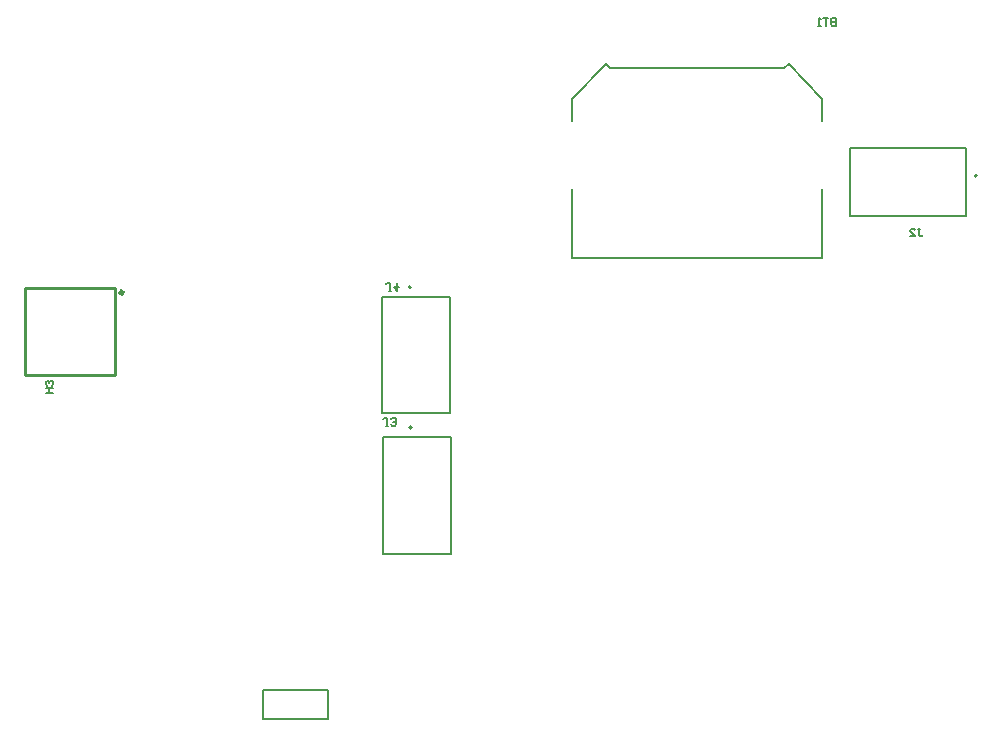
<source format=gbr>
G04*
G04 #@! TF.GenerationSoftware,Altium Limited,Altium Designer,24.10.1 (45)*
G04*
G04 Layer_Color=32896*
%FSLAX44Y44*%
%MOMM*%
G71*
G04*
G04 #@! TF.SameCoordinates,58AE560C-37F5-4C9B-8F18-908462E99DB1*
G04*
G04*
G04 #@! TF.FilePolarity,Positive*
G04*
G01*
G75*
%ADD11C,0.2000*%
%ADD14C,0.3000*%
%ADD17C,0.2540*%
%ADD19C,0.1270*%
%ADD23C,0.1778*%
D11*
X922354Y599694D02*
G03*
X922354Y599694I-1000J0D01*
G01*
X443552Y386684D02*
G03*
X443552Y386684I-1000J0D01*
G01*
X443044Y505556D02*
G03*
X443044Y505556I-1000J0D01*
G01*
X318140Y139700D02*
X372740D01*
X318140Y164592D02*
X372740D01*
X318140Y139700D02*
Y164592D01*
X372740Y139700D02*
Y164592D01*
D14*
X198253Y499463D02*
G03*
X198122Y499457I-131J1494D01*
G01*
D17*
X116586Y431546D02*
Y505206D01*
Y431546D02*
X192786D01*
Y505206D01*
X116586D02*
X192786D01*
D19*
X579374Y529934D02*
X791474D01*
X579374Y646220D02*
Y664450D01*
X791474Y646220D02*
Y664450D01*
X579374D02*
X608083Y694635D01*
X611764Y691134D01*
X759084D01*
X762765Y694635D01*
X791474Y664450D01*
Y529934D02*
Y588220D01*
X579374Y529934D02*
Y588220D01*
X814354Y565694D02*
Y623194D01*
X913354D01*
Y565694D02*
Y623194D01*
X814354Y565694D02*
X913354D01*
X419052Y279684D02*
X476552D01*
X419052D02*
Y378684D01*
X476552D01*
Y279684D02*
Y378684D01*
X418544Y398556D02*
X476044D01*
X418544D02*
Y497556D01*
X476044D01*
Y398556D02*
Y497556D01*
D23*
X802640Y733296D02*
Y726948D01*
X799466D01*
X798408Y728006D01*
Y729064D01*
X799466Y730122D01*
X802640D01*
X799466D01*
X798408Y731180D01*
Y732238D01*
X799466Y733296D01*
X802640D01*
X796292D02*
X792060D01*
X794176D01*
Y726948D01*
X789944D02*
X787828D01*
X788886D01*
Y733296D01*
X789944Y732238D01*
X426254Y502686D02*
X424138D01*
X425196D01*
Y507976D01*
X424138Y509034D01*
X423080D01*
X422022Y507976D01*
X431544Y509034D02*
Y502686D01*
X428370Y505860D01*
X432602D01*
X423968Y388386D02*
X421852D01*
X422910D01*
Y393676D01*
X421852Y394734D01*
X420794D01*
X419736Y393676D01*
X426084Y389444D02*
X427142Y388386D01*
X429258D01*
X430316Y389444D01*
Y390502D01*
X429258Y391560D01*
X428200D01*
X429258D01*
X430316Y392618D01*
Y393676D01*
X429258Y394734D01*
X427142D01*
X426084Y393676D01*
X872278Y555116D02*
X874394D01*
X873336D01*
Y549826D01*
X874394Y548768D01*
X875452D01*
X876510Y549826D01*
X865930Y548768D02*
X870162D01*
X865930Y553000D01*
Y554058D01*
X866988Y555116D01*
X869104D01*
X870162Y554058D01*
X140080Y415842D02*
X133732D01*
X136906D01*
Y420074D01*
X140080D01*
X133732D01*
X139022Y422190D02*
X140080Y423248D01*
Y425364D01*
X139022Y426422D01*
X137964D01*
X136906Y425364D01*
Y424306D01*
Y425364D01*
X135848Y426422D01*
X134790D01*
X133732Y425364D01*
Y423248D01*
X134790Y422190D01*
M02*

</source>
